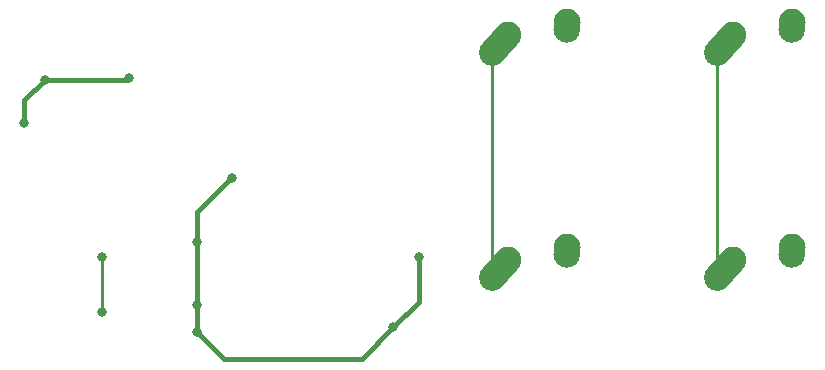
<source format=gtl>
G04 #@! TF.GenerationSoftware,KiCad,Pcbnew,6.0.11-2627ca5db0~126~ubuntu20.04.1*
G04 #@! TF.CreationDate,2024-07-14T02:52:22-04:00*
G04 #@! TF.ProjectId,mapel2x2-pcb,6d617065-6c32-4783-922d-7063622e6b69,rev?*
G04 #@! TF.SameCoordinates,Original*
G04 #@! TF.FileFunction,Copper,L1,Top*
G04 #@! TF.FilePolarity,Positive*
%FSLAX46Y46*%
G04 Gerber Fmt 4.6, Leading zero omitted, Abs format (unit mm)*
G04 Created by KiCad (PCBNEW 6.0.11-2627ca5db0~126~ubuntu20.04.1) date 2024-07-14 02:52:22*
%MOMM*%
%LPD*%
G01*
G04 APERTURE LIST*
G04 Aperture macros list*
%AMHorizOval*
0 Thick line with rounded ends*
0 $1 width*
0 $2 $3 position (X,Y) of the first rounded end (center of the circle)*
0 $4 $5 position (X,Y) of the second rounded end (center of the circle)*
0 Add line between two ends*
20,1,$1,$2,$3,$4,$5,0*
0 Add two circle primitives to create the rounded ends*
1,1,$1,$2,$3*
1,1,$1,$4,$5*%
G04 Aperture macros list end*
G04 #@! TA.AperFunction,ComponentPad*
%ADD10HorizOval,2.250000X0.020000X0.290000X-0.020000X-0.290000X0*%
G04 #@! TD*
G04 #@! TA.AperFunction,ComponentPad*
%ADD11C,2.250000*%
G04 #@! TD*
G04 #@! TA.AperFunction,ComponentPad*
%ADD12HorizOval,2.250000X0.655001X0.730000X-0.655001X-0.730000X0*%
G04 #@! TD*
G04 #@! TA.AperFunction,ViaPad*
%ADD13C,0.800000*%
G04 #@! TD*
G04 #@! TA.AperFunction,Conductor*
%ADD14C,0.381000*%
G04 #@! TD*
G04 #@! TA.AperFunction,Conductor*
%ADD15C,0.254000*%
G04 #@! TD*
G04 APERTURE END LIST*
D10*
G04 #@! TO.P,MX4,2,ROW*
G04 #@! TO.N,Net-(D4-Pad2)*
X237470000Y-126972500D03*
D11*
X237490000Y-126682500D03*
D12*
G04 #@! TO.P,MX4,1,COL*
G04 #@! TO.N,COL1*
X231795001Y-128492500D03*
D11*
X232450000Y-127762500D03*
G04 #@! TD*
D10*
G04 #@! TO.P,MX2,2,ROW*
G04 #@! TO.N,Net-(D3-Pad2)*
X237470000Y-107922500D03*
D11*
X237490000Y-107632500D03*
D12*
G04 #@! TO.P,MX2,1,COL*
G04 #@! TO.N,COL1*
X231795001Y-109442500D03*
D11*
X232450000Y-108712500D03*
G04 #@! TD*
D10*
G04 #@! TO.P,MX3,2,ROW*
G04 #@! TO.N,Net-(D2-Pad2)*
X218420000Y-126972500D03*
D11*
X218440000Y-126682500D03*
D12*
G04 #@! TO.P,MX3,1,COL*
G04 #@! TO.N,COL0*
X212745001Y-128492500D03*
D11*
X213400000Y-127762500D03*
G04 #@! TD*
D10*
G04 #@! TO.P,MX1,2,ROW*
G04 #@! TO.N,Net-(D1-Pad2)*
X218420000Y-107922500D03*
D11*
X218440000Y-107632500D03*
D12*
G04 #@! TO.P,MX1,1,COL*
G04 #@! TO.N,COL0*
X212745001Y-109442500D03*
D11*
X213400000Y-108712500D03*
G04 #@! TD*
D13*
G04 #@! TO.N,VCC*
X174208661Y-112486661D03*
X172466000Y-116205000D03*
X181356000Y-112395000D03*
G04 #@! TO.N,+5V*
X205867000Y-127508000D03*
X203708000Y-133477000D03*
X187071000Y-133858000D03*
X187071000Y-131536500D03*
X187071000Y-126238000D03*
X190021250Y-120806250D03*
G04 #@! TO.N,Net-(R3-Pad2)*
X179070000Y-132207000D03*
X179070000Y-127508000D03*
G04 #@! TD*
D14*
G04 #@! TO.N,VCC*
X172466000Y-114229322D02*
X172466000Y-116205000D01*
X174208661Y-112486661D02*
X172466000Y-114229322D01*
X174208661Y-112486661D02*
X177764661Y-112486661D01*
X177764661Y-112486661D02*
X181264339Y-112486661D01*
X181264339Y-112486661D02*
X181356000Y-112395000D01*
D15*
G04 #@! TO.N,COL1*
X231140000Y-110172500D02*
X231140000Y-129222500D01*
G04 #@! TO.N,COL0*
X212090000Y-110172500D02*
X212090000Y-129222500D01*
D14*
G04 #@! TO.N,+5V*
X205867000Y-127508000D02*
X205867000Y-131318000D01*
X205867000Y-131318000D02*
X203708000Y-133477000D01*
X201041000Y-136144000D02*
X203708000Y-133477000D01*
X187071000Y-131536500D02*
X187071000Y-133858000D01*
X187071000Y-133858000D02*
X189357000Y-136144000D01*
X189357000Y-136144000D02*
X201041000Y-136144000D01*
X187071000Y-126238000D02*
X187071000Y-131536500D01*
X187071000Y-123698000D02*
X187071000Y-126238000D01*
X189962750Y-120806250D02*
X187071000Y-123698000D01*
X190021250Y-120806250D02*
X189962750Y-120806250D01*
D15*
G04 #@! TO.N,Net-(R3-Pad2)*
X179070000Y-127508000D02*
X179070000Y-132207000D01*
G04 #@! TD*
M02*

</source>
